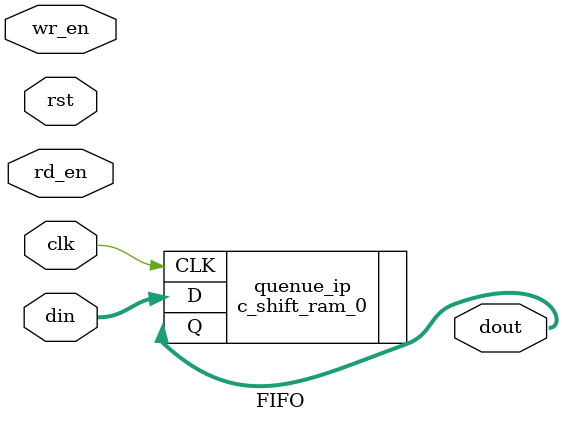
<source format=v>
`timescale 1ns / 1ps


module FIFO(
clk,
rst,
din,
dout,
wr_en,
rd_en
    );
input clk;
input rst;
input[11:0]din;
input rd_en;
input wr_en;
output [11:0]dout;
wire [11:0]temp;
c_shift_ram_0 quenue_ip(
.CLK(clk),
.D(din),
.Q(dout)
);
always@(posedge clk)begin

end
endmodule

</source>
